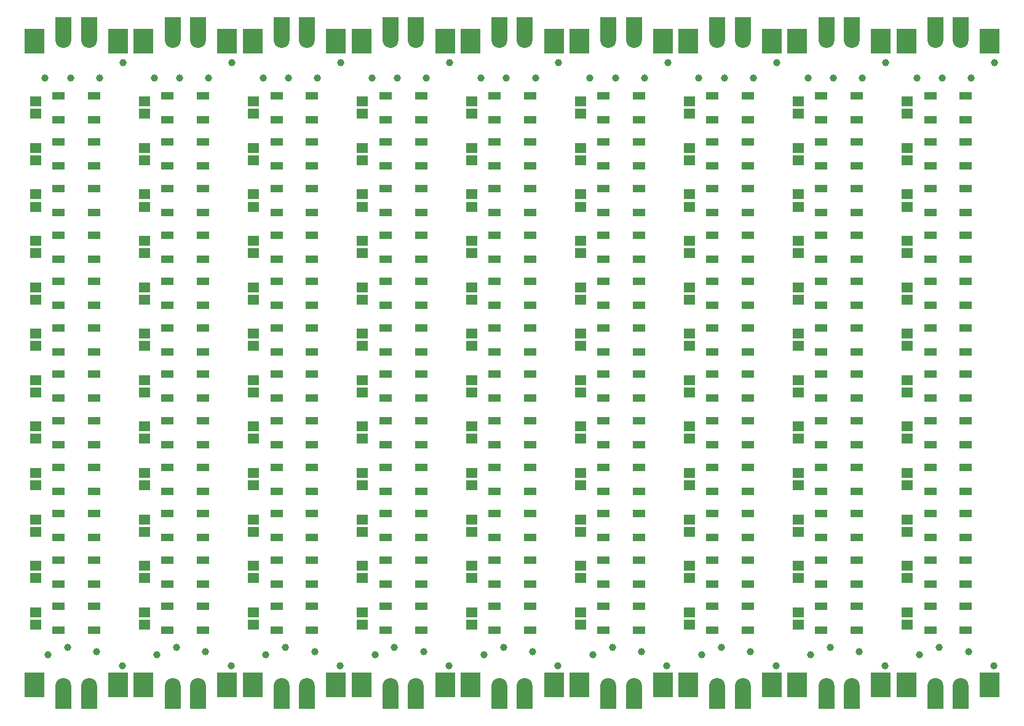
<source format=gts>
G04*
G04 #@! TF.GenerationSoftware,Altium Limited,Altium Designer,21.7.2 (23)*
G04*
G04 Layer_Color=8388736*
%FSLAX44Y44*%
%MOMM*%
G71*
G04*
G04 #@! TF.SameCoordinates,347EBB59-7EAA-41E4-9BFB-609F0E12C0C3*
G04*
G04*
G04 #@! TF.FilePolarity,Negative*
G04*
G01*
G75*
%ADD23R,2.2000X3.2000*%
%ADD24C,2.2000*%
%ADD25R,2.8000X3.4000*%
%ADD26R,2.8032X3.4032*%
%ADD27R,1.6500X1.4500*%
%ADD28R,1.7000X1.1000*%
%ADD29C,1.1000*%
%ADD30C,1.0000*%
%ADD31C,0.6032*%
D23*
X57500Y940500D02*
D03*
X92500D02*
D03*
X57500Y19500D02*
D03*
X92500D02*
D03*
X207500Y940500D02*
D03*
X242500D02*
D03*
X207500Y19500D02*
D03*
X242500D02*
D03*
X357500Y940500D02*
D03*
X392500D02*
D03*
X357500Y19500D02*
D03*
X392500D02*
D03*
X507500Y940500D02*
D03*
X542500D02*
D03*
X507500Y19500D02*
D03*
X542500D02*
D03*
X657500Y940500D02*
D03*
X692500D02*
D03*
X657500Y19500D02*
D03*
X692500D02*
D03*
X807500Y940500D02*
D03*
X842500D02*
D03*
X807500Y19500D02*
D03*
X842500D02*
D03*
X957500Y940500D02*
D03*
X992500D02*
D03*
X957500Y19500D02*
D03*
X992500D02*
D03*
X1107500Y940500D02*
D03*
X1142500D02*
D03*
X1107500Y19500D02*
D03*
X1142500D02*
D03*
X1257500Y940500D02*
D03*
X1292500D02*
D03*
X1257500Y19500D02*
D03*
X1292500D02*
D03*
D24*
X57500Y925500D02*
D03*
X92500D02*
D03*
X57500Y34500D02*
D03*
X92500D02*
D03*
X207500Y925500D02*
D03*
X242500D02*
D03*
X207500Y34500D02*
D03*
X242500D02*
D03*
X357500Y925500D02*
D03*
X392500D02*
D03*
X357500Y34500D02*
D03*
X392500D02*
D03*
X507500Y925500D02*
D03*
X542500D02*
D03*
X507500Y34500D02*
D03*
X542500D02*
D03*
X657500Y925500D02*
D03*
X692500D02*
D03*
X657500Y34500D02*
D03*
X692500D02*
D03*
X807500Y925500D02*
D03*
X842500D02*
D03*
X807500Y34500D02*
D03*
X842500D02*
D03*
X957500Y925500D02*
D03*
X992500D02*
D03*
X957500Y34500D02*
D03*
X992500D02*
D03*
X1107500Y925500D02*
D03*
X1142500D02*
D03*
X1107500Y34500D02*
D03*
X1142500D02*
D03*
X1257500Y925500D02*
D03*
X1292500D02*
D03*
X1257500Y34500D02*
D03*
X1292500D02*
D03*
D25*
X132500Y923500D02*
D03*
Y36500D02*
D03*
X282500Y923500D02*
D03*
Y36500D02*
D03*
X432500Y923500D02*
D03*
Y36500D02*
D03*
X582500Y923500D02*
D03*
Y36500D02*
D03*
X732500Y923500D02*
D03*
Y36500D02*
D03*
X882500Y923500D02*
D03*
Y36500D02*
D03*
X1032500Y923500D02*
D03*
Y36500D02*
D03*
X1182500Y923500D02*
D03*
Y36500D02*
D03*
X1332500Y923500D02*
D03*
Y36500D02*
D03*
D26*
X17500Y923500D02*
D03*
Y36500D02*
D03*
X167500Y923500D02*
D03*
Y36500D02*
D03*
X317500Y923500D02*
D03*
Y36500D02*
D03*
X467500Y923500D02*
D03*
Y36500D02*
D03*
X617500Y923500D02*
D03*
Y36500D02*
D03*
X767500Y923500D02*
D03*
Y36500D02*
D03*
X917500Y923500D02*
D03*
Y36500D02*
D03*
X1067500Y923500D02*
D03*
Y36500D02*
D03*
X1217500Y923500D02*
D03*
Y36500D02*
D03*
D27*
X19000Y823500D02*
D03*
Y840500D02*
D03*
Y119500D02*
D03*
Y136500D02*
D03*
Y520500D02*
D03*
Y503500D02*
D03*
Y456500D02*
D03*
Y439500D02*
D03*
Y328500D02*
D03*
Y311500D02*
D03*
Y392500D02*
D03*
Y375500D02*
D03*
Y584500D02*
D03*
Y567500D02*
D03*
Y648500D02*
D03*
Y631500D02*
D03*
Y712500D02*
D03*
Y695500D02*
D03*
Y776500D02*
D03*
Y759500D02*
D03*
Y264500D02*
D03*
Y247500D02*
D03*
Y200500D02*
D03*
Y183500D02*
D03*
X169000Y823500D02*
D03*
Y840500D02*
D03*
Y119500D02*
D03*
Y136500D02*
D03*
Y520500D02*
D03*
Y503500D02*
D03*
Y456500D02*
D03*
Y439500D02*
D03*
Y328500D02*
D03*
Y311500D02*
D03*
Y392500D02*
D03*
Y375500D02*
D03*
Y584500D02*
D03*
Y567500D02*
D03*
Y648500D02*
D03*
Y631500D02*
D03*
Y712500D02*
D03*
Y695500D02*
D03*
Y776500D02*
D03*
Y759500D02*
D03*
Y264500D02*
D03*
Y247500D02*
D03*
Y200500D02*
D03*
Y183500D02*
D03*
X319000Y823500D02*
D03*
Y840500D02*
D03*
Y119500D02*
D03*
Y136500D02*
D03*
Y520500D02*
D03*
Y503500D02*
D03*
Y456500D02*
D03*
Y439500D02*
D03*
Y328500D02*
D03*
Y311500D02*
D03*
Y392500D02*
D03*
Y375500D02*
D03*
Y584500D02*
D03*
Y567500D02*
D03*
Y648500D02*
D03*
Y631500D02*
D03*
Y712500D02*
D03*
Y695500D02*
D03*
Y776500D02*
D03*
Y759500D02*
D03*
Y264500D02*
D03*
Y247500D02*
D03*
Y200500D02*
D03*
Y183500D02*
D03*
X469000Y823500D02*
D03*
Y840500D02*
D03*
Y119500D02*
D03*
Y136500D02*
D03*
Y520500D02*
D03*
Y503500D02*
D03*
Y456500D02*
D03*
Y439500D02*
D03*
Y328500D02*
D03*
Y311500D02*
D03*
Y392500D02*
D03*
Y375500D02*
D03*
Y584500D02*
D03*
Y567500D02*
D03*
Y648500D02*
D03*
Y631500D02*
D03*
Y712500D02*
D03*
Y695500D02*
D03*
Y776500D02*
D03*
Y759500D02*
D03*
Y264500D02*
D03*
Y247500D02*
D03*
Y200500D02*
D03*
Y183500D02*
D03*
X619000Y823500D02*
D03*
Y840500D02*
D03*
Y119500D02*
D03*
Y136500D02*
D03*
Y520500D02*
D03*
Y503500D02*
D03*
Y456500D02*
D03*
Y439500D02*
D03*
Y328500D02*
D03*
Y311500D02*
D03*
Y392500D02*
D03*
Y375500D02*
D03*
Y584500D02*
D03*
Y567500D02*
D03*
Y648500D02*
D03*
Y631500D02*
D03*
Y712500D02*
D03*
Y695500D02*
D03*
Y776500D02*
D03*
Y759500D02*
D03*
Y264500D02*
D03*
Y247500D02*
D03*
Y200500D02*
D03*
Y183500D02*
D03*
X769000Y823500D02*
D03*
Y840500D02*
D03*
Y119500D02*
D03*
Y136500D02*
D03*
Y520500D02*
D03*
Y503500D02*
D03*
Y456500D02*
D03*
Y439500D02*
D03*
Y328500D02*
D03*
Y311500D02*
D03*
Y392500D02*
D03*
Y375500D02*
D03*
Y584500D02*
D03*
Y567500D02*
D03*
Y648500D02*
D03*
Y631500D02*
D03*
Y712500D02*
D03*
Y695500D02*
D03*
Y776500D02*
D03*
Y759500D02*
D03*
Y264500D02*
D03*
Y247500D02*
D03*
Y200500D02*
D03*
Y183500D02*
D03*
X919000Y823500D02*
D03*
Y840500D02*
D03*
Y119500D02*
D03*
Y136500D02*
D03*
Y520500D02*
D03*
Y503500D02*
D03*
Y456500D02*
D03*
Y439500D02*
D03*
Y328500D02*
D03*
Y311500D02*
D03*
Y392500D02*
D03*
Y375500D02*
D03*
Y584500D02*
D03*
Y567500D02*
D03*
Y648500D02*
D03*
Y631500D02*
D03*
Y712500D02*
D03*
Y695500D02*
D03*
Y776500D02*
D03*
Y759500D02*
D03*
Y264500D02*
D03*
Y247500D02*
D03*
Y200500D02*
D03*
Y183500D02*
D03*
X1069000Y823500D02*
D03*
Y840500D02*
D03*
Y119500D02*
D03*
Y136500D02*
D03*
Y520500D02*
D03*
Y503500D02*
D03*
Y456500D02*
D03*
Y439500D02*
D03*
Y328500D02*
D03*
Y311500D02*
D03*
Y392500D02*
D03*
Y375500D02*
D03*
Y584500D02*
D03*
Y567500D02*
D03*
Y648500D02*
D03*
Y631500D02*
D03*
Y712500D02*
D03*
Y695500D02*
D03*
Y776500D02*
D03*
Y759500D02*
D03*
Y264500D02*
D03*
Y247500D02*
D03*
Y200500D02*
D03*
Y183500D02*
D03*
X1219000Y823500D02*
D03*
Y840500D02*
D03*
Y119500D02*
D03*
Y136500D02*
D03*
Y520500D02*
D03*
Y503500D02*
D03*
Y456500D02*
D03*
Y439500D02*
D03*
Y328500D02*
D03*
Y311500D02*
D03*
Y392500D02*
D03*
Y375500D02*
D03*
Y584500D02*
D03*
Y567500D02*
D03*
Y648500D02*
D03*
Y631500D02*
D03*
Y712500D02*
D03*
Y695500D02*
D03*
Y776500D02*
D03*
Y759500D02*
D03*
Y264500D02*
D03*
Y247500D02*
D03*
Y200500D02*
D03*
Y183500D02*
D03*
D28*
X50500Y144500D02*
D03*
Y111500D02*
D03*
X99500D02*
D03*
Y144500D02*
D03*
X50500Y848500D02*
D03*
Y815500D02*
D03*
X99500D02*
D03*
Y848500D02*
D03*
X50500Y528500D02*
D03*
Y495500D02*
D03*
X99500D02*
D03*
Y528500D02*
D03*
X50500Y464500D02*
D03*
Y431500D02*
D03*
X99500D02*
D03*
Y464500D02*
D03*
X50500Y400500D02*
D03*
Y367500D02*
D03*
X99500D02*
D03*
Y400500D02*
D03*
X50500Y592500D02*
D03*
Y559500D02*
D03*
X99500D02*
D03*
Y592500D02*
D03*
X50500Y336500D02*
D03*
Y303500D02*
D03*
X99500D02*
D03*
Y336500D02*
D03*
X50500Y720500D02*
D03*
Y687500D02*
D03*
X99500D02*
D03*
Y720500D02*
D03*
X50500Y656500D02*
D03*
Y623500D02*
D03*
X99500D02*
D03*
Y656500D02*
D03*
X50500Y784500D02*
D03*
Y751500D02*
D03*
X99500D02*
D03*
Y784500D02*
D03*
X50500Y208500D02*
D03*
Y175500D02*
D03*
X99500D02*
D03*
Y208500D02*
D03*
X50500Y272500D02*
D03*
Y239500D02*
D03*
X99500D02*
D03*
Y272500D02*
D03*
X200500Y144500D02*
D03*
Y111500D02*
D03*
X249500D02*
D03*
Y144500D02*
D03*
X200500Y848500D02*
D03*
Y815500D02*
D03*
X249500D02*
D03*
Y848500D02*
D03*
X200500Y528500D02*
D03*
Y495500D02*
D03*
X249500D02*
D03*
Y528500D02*
D03*
X200500Y464500D02*
D03*
Y431500D02*
D03*
X249500D02*
D03*
Y464500D02*
D03*
X200500Y400500D02*
D03*
Y367500D02*
D03*
X249500D02*
D03*
Y400500D02*
D03*
X200500Y592500D02*
D03*
Y559500D02*
D03*
X249500D02*
D03*
Y592500D02*
D03*
X200500Y336500D02*
D03*
Y303500D02*
D03*
X249500D02*
D03*
Y336500D02*
D03*
X200500Y720500D02*
D03*
Y687500D02*
D03*
X249500D02*
D03*
Y720500D02*
D03*
X200500Y656500D02*
D03*
Y623500D02*
D03*
X249500D02*
D03*
Y656500D02*
D03*
X200500Y784500D02*
D03*
Y751500D02*
D03*
X249500D02*
D03*
Y784500D02*
D03*
X200500Y208500D02*
D03*
Y175500D02*
D03*
X249500D02*
D03*
Y208500D02*
D03*
X200500Y272500D02*
D03*
Y239500D02*
D03*
X249500D02*
D03*
Y272500D02*
D03*
X350500Y144500D02*
D03*
Y111500D02*
D03*
X399500D02*
D03*
Y144500D02*
D03*
X350500Y848500D02*
D03*
Y815500D02*
D03*
X399500D02*
D03*
Y848500D02*
D03*
X350500Y528500D02*
D03*
Y495500D02*
D03*
X399500D02*
D03*
Y528500D02*
D03*
X350500Y464500D02*
D03*
Y431500D02*
D03*
X399500D02*
D03*
Y464500D02*
D03*
X350500Y400500D02*
D03*
Y367500D02*
D03*
X399500D02*
D03*
Y400500D02*
D03*
X350500Y592500D02*
D03*
Y559500D02*
D03*
X399500D02*
D03*
Y592500D02*
D03*
X350500Y336500D02*
D03*
Y303500D02*
D03*
X399500D02*
D03*
Y336500D02*
D03*
X350500Y720500D02*
D03*
Y687500D02*
D03*
X399500D02*
D03*
Y720500D02*
D03*
X350500Y656500D02*
D03*
Y623500D02*
D03*
X399500D02*
D03*
Y656500D02*
D03*
X350500Y784500D02*
D03*
Y751500D02*
D03*
X399500D02*
D03*
Y784500D02*
D03*
X350500Y208500D02*
D03*
Y175500D02*
D03*
X399500D02*
D03*
Y208500D02*
D03*
X350500Y272500D02*
D03*
Y239500D02*
D03*
X399500D02*
D03*
Y272500D02*
D03*
X500500Y144500D02*
D03*
Y111500D02*
D03*
X549500D02*
D03*
Y144500D02*
D03*
X500500Y848500D02*
D03*
Y815500D02*
D03*
X549500D02*
D03*
Y848500D02*
D03*
X500500Y528500D02*
D03*
Y495500D02*
D03*
X549500D02*
D03*
Y528500D02*
D03*
X500500Y464500D02*
D03*
Y431500D02*
D03*
X549500D02*
D03*
Y464500D02*
D03*
X500500Y400500D02*
D03*
Y367500D02*
D03*
X549500D02*
D03*
Y400500D02*
D03*
X500500Y592500D02*
D03*
Y559500D02*
D03*
X549500D02*
D03*
Y592500D02*
D03*
X500500Y336500D02*
D03*
Y303500D02*
D03*
X549500D02*
D03*
Y336500D02*
D03*
X500500Y720500D02*
D03*
Y687500D02*
D03*
X549500D02*
D03*
Y720500D02*
D03*
X500500Y656500D02*
D03*
Y623500D02*
D03*
X549500D02*
D03*
Y656500D02*
D03*
X500500Y784500D02*
D03*
Y751500D02*
D03*
X549500D02*
D03*
Y784500D02*
D03*
X500500Y208500D02*
D03*
Y175500D02*
D03*
X549500D02*
D03*
Y208500D02*
D03*
X500500Y272500D02*
D03*
Y239500D02*
D03*
X549500D02*
D03*
Y272500D02*
D03*
X650500Y144500D02*
D03*
Y111500D02*
D03*
X699500D02*
D03*
Y144500D02*
D03*
X650500Y848500D02*
D03*
Y815500D02*
D03*
X699500D02*
D03*
Y848500D02*
D03*
X650500Y528500D02*
D03*
Y495500D02*
D03*
X699500D02*
D03*
Y528500D02*
D03*
X650500Y464500D02*
D03*
Y431500D02*
D03*
X699500D02*
D03*
Y464500D02*
D03*
X650500Y400500D02*
D03*
Y367500D02*
D03*
X699500D02*
D03*
Y400500D02*
D03*
X650500Y592500D02*
D03*
Y559500D02*
D03*
X699500D02*
D03*
Y592500D02*
D03*
X650500Y336500D02*
D03*
Y303500D02*
D03*
X699500D02*
D03*
Y336500D02*
D03*
X650500Y720500D02*
D03*
Y687500D02*
D03*
X699500D02*
D03*
Y720500D02*
D03*
X650500Y656500D02*
D03*
Y623500D02*
D03*
X699500D02*
D03*
Y656500D02*
D03*
X650500Y784500D02*
D03*
Y751500D02*
D03*
X699500D02*
D03*
Y784500D02*
D03*
X650500Y208500D02*
D03*
Y175500D02*
D03*
X699500D02*
D03*
Y208500D02*
D03*
X650500Y272500D02*
D03*
Y239500D02*
D03*
X699500D02*
D03*
Y272500D02*
D03*
X800500Y144500D02*
D03*
Y111500D02*
D03*
X849500D02*
D03*
Y144500D02*
D03*
X800500Y848500D02*
D03*
Y815500D02*
D03*
X849500D02*
D03*
Y848500D02*
D03*
X800500Y528500D02*
D03*
Y495500D02*
D03*
X849500D02*
D03*
Y528500D02*
D03*
X800500Y464500D02*
D03*
Y431500D02*
D03*
X849500D02*
D03*
Y464500D02*
D03*
X800500Y400500D02*
D03*
Y367500D02*
D03*
X849500D02*
D03*
Y400500D02*
D03*
X800500Y592500D02*
D03*
Y559500D02*
D03*
X849500D02*
D03*
Y592500D02*
D03*
X800500Y336500D02*
D03*
Y303500D02*
D03*
X849500D02*
D03*
Y336500D02*
D03*
X800500Y720500D02*
D03*
Y687500D02*
D03*
X849500D02*
D03*
Y720500D02*
D03*
X800500Y656500D02*
D03*
Y623500D02*
D03*
X849500D02*
D03*
Y656500D02*
D03*
X800500Y784500D02*
D03*
Y751500D02*
D03*
X849500D02*
D03*
Y784500D02*
D03*
X800500Y208500D02*
D03*
Y175500D02*
D03*
X849500D02*
D03*
Y208500D02*
D03*
X800500Y272500D02*
D03*
Y239500D02*
D03*
X849500D02*
D03*
Y272500D02*
D03*
X950500Y144500D02*
D03*
Y111500D02*
D03*
X999500D02*
D03*
Y144500D02*
D03*
X950500Y848500D02*
D03*
Y815500D02*
D03*
X999500D02*
D03*
Y848500D02*
D03*
X950500Y528500D02*
D03*
Y495500D02*
D03*
X999500D02*
D03*
Y528500D02*
D03*
X950500Y464500D02*
D03*
Y431500D02*
D03*
X999500D02*
D03*
Y464500D02*
D03*
X950500Y400500D02*
D03*
Y367500D02*
D03*
X999500D02*
D03*
Y400500D02*
D03*
X950500Y592500D02*
D03*
Y559500D02*
D03*
X999500D02*
D03*
Y592500D02*
D03*
X950500Y336500D02*
D03*
Y303500D02*
D03*
X999500D02*
D03*
Y336500D02*
D03*
X950500Y720500D02*
D03*
Y687500D02*
D03*
X999500D02*
D03*
Y720500D02*
D03*
X950500Y656500D02*
D03*
Y623500D02*
D03*
X999500D02*
D03*
Y656500D02*
D03*
X950500Y784500D02*
D03*
Y751500D02*
D03*
X999500D02*
D03*
Y784500D02*
D03*
X950500Y208500D02*
D03*
Y175500D02*
D03*
X999500D02*
D03*
Y208500D02*
D03*
X950500Y272500D02*
D03*
Y239500D02*
D03*
X999500D02*
D03*
Y272500D02*
D03*
X1100500Y144500D02*
D03*
Y111500D02*
D03*
X1149500D02*
D03*
Y144500D02*
D03*
X1100500Y848500D02*
D03*
Y815500D02*
D03*
X1149500D02*
D03*
Y848500D02*
D03*
X1100500Y528500D02*
D03*
Y495500D02*
D03*
X1149500D02*
D03*
Y528500D02*
D03*
X1100500Y464500D02*
D03*
Y431500D02*
D03*
X1149500D02*
D03*
Y464500D02*
D03*
X1100500Y400500D02*
D03*
Y367500D02*
D03*
X1149500D02*
D03*
Y400500D02*
D03*
X1100500Y592500D02*
D03*
Y559500D02*
D03*
X1149500D02*
D03*
Y592500D02*
D03*
X1100500Y336500D02*
D03*
Y303500D02*
D03*
X1149500D02*
D03*
Y336500D02*
D03*
X1100500Y720500D02*
D03*
Y687500D02*
D03*
X1149500D02*
D03*
Y720500D02*
D03*
X1100500Y656500D02*
D03*
Y623500D02*
D03*
X1149500D02*
D03*
Y656500D02*
D03*
X1100500Y784500D02*
D03*
Y751500D02*
D03*
X1149500D02*
D03*
Y784500D02*
D03*
X1100500Y208500D02*
D03*
Y175500D02*
D03*
X1149500D02*
D03*
Y208500D02*
D03*
X1100500Y272500D02*
D03*
Y239500D02*
D03*
X1149500D02*
D03*
Y272500D02*
D03*
X1250500Y144500D02*
D03*
Y111500D02*
D03*
X1299500D02*
D03*
Y144500D02*
D03*
X1250500Y848500D02*
D03*
Y815500D02*
D03*
X1299500D02*
D03*
Y848500D02*
D03*
X1250500Y528500D02*
D03*
Y495500D02*
D03*
X1299500D02*
D03*
Y528500D02*
D03*
X1250500Y464500D02*
D03*
Y431500D02*
D03*
X1299500D02*
D03*
Y464500D02*
D03*
X1250500Y400500D02*
D03*
Y367500D02*
D03*
X1299500D02*
D03*
Y400500D02*
D03*
X1250500Y592500D02*
D03*
Y559500D02*
D03*
X1299500D02*
D03*
Y592500D02*
D03*
X1250500Y336500D02*
D03*
Y303500D02*
D03*
X1299500D02*
D03*
Y336500D02*
D03*
X1250500Y720500D02*
D03*
Y687500D02*
D03*
X1299500D02*
D03*
Y720500D02*
D03*
X1250500Y656500D02*
D03*
Y623500D02*
D03*
X1299500D02*
D03*
Y656500D02*
D03*
X1250500Y784500D02*
D03*
Y751500D02*
D03*
X1299500D02*
D03*
Y784500D02*
D03*
X1250500Y208500D02*
D03*
Y175500D02*
D03*
X1299500D02*
D03*
Y208500D02*
D03*
X1250500Y272500D02*
D03*
Y239500D02*
D03*
X1299500D02*
D03*
Y272500D02*
D03*
D29*
X99500Y111500D02*
D03*
Y175500D02*
D03*
Y239500D02*
D03*
Y303500D02*
D03*
Y367500D02*
D03*
Y431500D02*
D03*
Y495500D02*
D03*
Y559500D02*
D03*
Y623500D02*
D03*
Y687500D02*
D03*
Y751500D02*
D03*
Y815500D02*
D03*
X50500Y144500D02*
D03*
X99500Y848500D02*
D03*
X50500D02*
D03*
Y815500D02*
D03*
X99500Y784500D02*
D03*
X50500D02*
D03*
Y751500D02*
D03*
X99500Y720500D02*
D03*
X50500D02*
D03*
Y687500D02*
D03*
X99500Y656500D02*
D03*
X50500D02*
D03*
Y623500D02*
D03*
X99500Y592500D02*
D03*
X50500D02*
D03*
Y559500D02*
D03*
X99500Y528500D02*
D03*
X50500D02*
D03*
Y495500D02*
D03*
X99500Y464500D02*
D03*
X50500D02*
D03*
Y431500D02*
D03*
X99500Y400500D02*
D03*
X50500D02*
D03*
Y367500D02*
D03*
X99500Y336500D02*
D03*
X50500D02*
D03*
Y303500D02*
D03*
X99500Y272500D02*
D03*
X50500D02*
D03*
Y239500D02*
D03*
X99500Y208500D02*
D03*
X50500D02*
D03*
Y175500D02*
D03*
Y111500D02*
D03*
X99500Y144500D02*
D03*
X249500Y111500D02*
D03*
Y175500D02*
D03*
Y239500D02*
D03*
Y303500D02*
D03*
Y367500D02*
D03*
Y431500D02*
D03*
Y495500D02*
D03*
Y559500D02*
D03*
Y623500D02*
D03*
Y687500D02*
D03*
Y751500D02*
D03*
Y815500D02*
D03*
X200500Y144500D02*
D03*
X249500Y848500D02*
D03*
X200500D02*
D03*
Y815500D02*
D03*
X249500Y784500D02*
D03*
X200500D02*
D03*
Y751500D02*
D03*
X249500Y720500D02*
D03*
X200500D02*
D03*
Y687500D02*
D03*
X249500Y656500D02*
D03*
X200500D02*
D03*
Y623500D02*
D03*
X249500Y592500D02*
D03*
X200500D02*
D03*
Y559500D02*
D03*
X249500Y528500D02*
D03*
X200500D02*
D03*
Y495500D02*
D03*
X249500Y464500D02*
D03*
X200500D02*
D03*
Y431500D02*
D03*
X249500Y400500D02*
D03*
X200500D02*
D03*
Y367500D02*
D03*
X249500Y336500D02*
D03*
X200500D02*
D03*
Y303500D02*
D03*
X249500Y272500D02*
D03*
X200500D02*
D03*
Y239500D02*
D03*
X249500Y208500D02*
D03*
X200500D02*
D03*
Y175500D02*
D03*
Y111500D02*
D03*
X249500Y144500D02*
D03*
X399500Y111500D02*
D03*
Y175500D02*
D03*
Y239500D02*
D03*
Y303500D02*
D03*
Y367500D02*
D03*
Y431500D02*
D03*
Y495500D02*
D03*
Y559500D02*
D03*
Y623500D02*
D03*
Y687500D02*
D03*
Y751500D02*
D03*
Y815500D02*
D03*
X350500Y144500D02*
D03*
X399500Y848500D02*
D03*
X350500D02*
D03*
Y815500D02*
D03*
X399500Y784500D02*
D03*
X350500D02*
D03*
Y751500D02*
D03*
X399500Y720500D02*
D03*
X350500D02*
D03*
Y687500D02*
D03*
X399500Y656500D02*
D03*
X350500D02*
D03*
Y623500D02*
D03*
X399500Y592500D02*
D03*
X350500D02*
D03*
Y559500D02*
D03*
X399500Y528500D02*
D03*
X350500D02*
D03*
Y495500D02*
D03*
X399500Y464500D02*
D03*
X350500D02*
D03*
Y431500D02*
D03*
X399500Y400500D02*
D03*
X350500D02*
D03*
Y367500D02*
D03*
X399500Y336500D02*
D03*
X350500D02*
D03*
Y303500D02*
D03*
X399500Y272500D02*
D03*
X350500D02*
D03*
Y239500D02*
D03*
X399500Y208500D02*
D03*
X350500D02*
D03*
Y175500D02*
D03*
Y111500D02*
D03*
X399500Y144500D02*
D03*
X549500Y111500D02*
D03*
Y175500D02*
D03*
Y239500D02*
D03*
Y303500D02*
D03*
Y367500D02*
D03*
Y431500D02*
D03*
Y495500D02*
D03*
Y559500D02*
D03*
Y623500D02*
D03*
Y687500D02*
D03*
Y751500D02*
D03*
Y815500D02*
D03*
X500500Y144500D02*
D03*
X549500Y848500D02*
D03*
X500500D02*
D03*
Y815500D02*
D03*
X549500Y784500D02*
D03*
X500500D02*
D03*
Y751500D02*
D03*
X549500Y720500D02*
D03*
X500500D02*
D03*
Y687500D02*
D03*
X549500Y656500D02*
D03*
X500500D02*
D03*
Y623500D02*
D03*
X549500Y592500D02*
D03*
X500500D02*
D03*
Y559500D02*
D03*
X549500Y528500D02*
D03*
X500500D02*
D03*
Y495500D02*
D03*
X549500Y464500D02*
D03*
X500500D02*
D03*
Y431500D02*
D03*
X549500Y400500D02*
D03*
X500500D02*
D03*
Y367500D02*
D03*
X549500Y336500D02*
D03*
X500500D02*
D03*
Y303500D02*
D03*
X549500Y272500D02*
D03*
X500500D02*
D03*
Y239500D02*
D03*
X549500Y208500D02*
D03*
X500500D02*
D03*
Y175500D02*
D03*
Y111500D02*
D03*
X549500Y144500D02*
D03*
X699500Y111500D02*
D03*
Y175500D02*
D03*
Y239500D02*
D03*
Y303500D02*
D03*
Y367500D02*
D03*
Y431500D02*
D03*
Y495500D02*
D03*
Y559500D02*
D03*
Y623500D02*
D03*
Y687500D02*
D03*
Y751500D02*
D03*
Y815500D02*
D03*
X650500Y144500D02*
D03*
X699500Y848500D02*
D03*
X650500D02*
D03*
Y815500D02*
D03*
X699500Y784500D02*
D03*
X650500D02*
D03*
Y751500D02*
D03*
X699500Y720500D02*
D03*
X650500D02*
D03*
Y687500D02*
D03*
X699500Y656500D02*
D03*
X650500D02*
D03*
Y623500D02*
D03*
X699500Y592500D02*
D03*
X650500D02*
D03*
Y559500D02*
D03*
X699500Y528500D02*
D03*
X650500D02*
D03*
Y495500D02*
D03*
X699500Y464500D02*
D03*
X650500D02*
D03*
Y431500D02*
D03*
X699500Y400500D02*
D03*
X650500D02*
D03*
Y367500D02*
D03*
X699500Y336500D02*
D03*
X650500D02*
D03*
Y303500D02*
D03*
X699500Y272500D02*
D03*
X650500D02*
D03*
Y239500D02*
D03*
X699500Y208500D02*
D03*
X650500D02*
D03*
Y175500D02*
D03*
Y111500D02*
D03*
X699500Y144500D02*
D03*
X849500Y111500D02*
D03*
Y175500D02*
D03*
Y239500D02*
D03*
Y303500D02*
D03*
Y367500D02*
D03*
Y431500D02*
D03*
Y495500D02*
D03*
Y559500D02*
D03*
Y623500D02*
D03*
Y687500D02*
D03*
Y751500D02*
D03*
Y815500D02*
D03*
X800500Y144500D02*
D03*
X849500Y848500D02*
D03*
X800500D02*
D03*
Y815500D02*
D03*
X849500Y784500D02*
D03*
X800500D02*
D03*
Y751500D02*
D03*
X849500Y720500D02*
D03*
X800500D02*
D03*
Y687500D02*
D03*
X849500Y656500D02*
D03*
X800500D02*
D03*
Y623500D02*
D03*
X849500Y592500D02*
D03*
X800500D02*
D03*
Y559500D02*
D03*
X849500Y528500D02*
D03*
X800500D02*
D03*
Y495500D02*
D03*
X849500Y464500D02*
D03*
X800500D02*
D03*
Y431500D02*
D03*
X849500Y400500D02*
D03*
X800500D02*
D03*
Y367500D02*
D03*
X849500Y336500D02*
D03*
X800500D02*
D03*
Y303500D02*
D03*
X849500Y272500D02*
D03*
X800500D02*
D03*
Y239500D02*
D03*
X849500Y208500D02*
D03*
X800500D02*
D03*
Y175500D02*
D03*
Y111500D02*
D03*
X849500Y144500D02*
D03*
X999500Y111500D02*
D03*
Y175500D02*
D03*
Y239500D02*
D03*
Y303500D02*
D03*
Y367500D02*
D03*
Y431500D02*
D03*
Y495500D02*
D03*
Y559500D02*
D03*
Y623500D02*
D03*
Y687500D02*
D03*
Y751500D02*
D03*
Y815500D02*
D03*
X950500Y144500D02*
D03*
X999500Y848500D02*
D03*
X950500D02*
D03*
Y815500D02*
D03*
X999500Y784500D02*
D03*
X950500D02*
D03*
Y751500D02*
D03*
X999500Y720500D02*
D03*
X950500D02*
D03*
Y687500D02*
D03*
X999500Y656500D02*
D03*
X950500D02*
D03*
Y623500D02*
D03*
X999500Y592500D02*
D03*
X950500D02*
D03*
Y559500D02*
D03*
X999500Y528500D02*
D03*
X950500D02*
D03*
Y495500D02*
D03*
X999500Y464500D02*
D03*
X950500D02*
D03*
Y431500D02*
D03*
X999500Y400500D02*
D03*
X950500D02*
D03*
Y367500D02*
D03*
X999500Y336500D02*
D03*
X950500D02*
D03*
Y303500D02*
D03*
X999500Y272500D02*
D03*
X950500D02*
D03*
Y239500D02*
D03*
X999500Y208500D02*
D03*
X950500D02*
D03*
Y175500D02*
D03*
Y111500D02*
D03*
X999500Y144500D02*
D03*
X1149500Y111500D02*
D03*
Y175500D02*
D03*
Y239500D02*
D03*
Y303500D02*
D03*
Y367500D02*
D03*
Y431500D02*
D03*
Y495500D02*
D03*
Y559500D02*
D03*
Y623500D02*
D03*
Y687500D02*
D03*
Y751500D02*
D03*
Y815500D02*
D03*
X1100500Y144500D02*
D03*
X1149500Y848500D02*
D03*
X1100500D02*
D03*
Y815500D02*
D03*
X1149500Y784500D02*
D03*
X1100500D02*
D03*
Y751500D02*
D03*
X1149500Y720500D02*
D03*
X1100500D02*
D03*
Y687500D02*
D03*
X1149500Y656500D02*
D03*
X1100500D02*
D03*
Y623500D02*
D03*
X1149500Y592500D02*
D03*
X1100500D02*
D03*
Y559500D02*
D03*
X1149500Y528500D02*
D03*
X1100500D02*
D03*
Y495500D02*
D03*
X1149500Y464500D02*
D03*
X1100500D02*
D03*
Y431500D02*
D03*
X1149500Y400500D02*
D03*
X1100500D02*
D03*
Y367500D02*
D03*
X1149500Y336500D02*
D03*
X1100500D02*
D03*
Y303500D02*
D03*
X1149500Y272500D02*
D03*
X1100500D02*
D03*
Y239500D02*
D03*
X1149500Y208500D02*
D03*
X1100500D02*
D03*
Y175500D02*
D03*
Y111500D02*
D03*
X1149500Y144500D02*
D03*
X1299500Y111500D02*
D03*
Y175500D02*
D03*
Y239500D02*
D03*
Y303500D02*
D03*
Y367500D02*
D03*
Y431500D02*
D03*
Y495500D02*
D03*
Y559500D02*
D03*
Y623500D02*
D03*
Y687500D02*
D03*
Y751500D02*
D03*
Y815500D02*
D03*
X1250500Y144500D02*
D03*
X1299500Y848500D02*
D03*
X1250500D02*
D03*
Y815500D02*
D03*
X1299500Y784500D02*
D03*
X1250500D02*
D03*
Y751500D02*
D03*
X1299500Y720500D02*
D03*
X1250500D02*
D03*
Y687500D02*
D03*
X1299500Y656500D02*
D03*
X1250500D02*
D03*
Y623500D02*
D03*
X1299500Y592500D02*
D03*
X1250500D02*
D03*
Y559500D02*
D03*
X1299500Y528500D02*
D03*
X1250500D02*
D03*
Y495500D02*
D03*
X1299500Y464500D02*
D03*
X1250500D02*
D03*
Y431500D02*
D03*
X1299500Y400500D02*
D03*
X1250500D02*
D03*
Y367500D02*
D03*
X1299500Y336500D02*
D03*
X1250500D02*
D03*
Y303500D02*
D03*
X1299500Y272500D02*
D03*
X1250500D02*
D03*
Y239500D02*
D03*
X1299500Y208500D02*
D03*
X1250500D02*
D03*
Y175500D02*
D03*
Y111500D02*
D03*
X1299500Y144500D02*
D03*
D30*
X103000Y82000D02*
D03*
X63000Y88000D02*
D03*
X67000Y873000D02*
D03*
X107000D02*
D03*
X139000Y894000D02*
D03*
X138000Y63000D02*
D03*
X32000Y873000D02*
D03*
X36000Y78000D02*
D03*
X253000Y82000D02*
D03*
X213000Y88000D02*
D03*
X217000Y873000D02*
D03*
X257000D02*
D03*
X289000Y894000D02*
D03*
X288000Y63000D02*
D03*
X182000Y873000D02*
D03*
X186000Y78000D02*
D03*
X403000Y82000D02*
D03*
X363000Y88000D02*
D03*
X367000Y873000D02*
D03*
X407000D02*
D03*
X439000Y894000D02*
D03*
X438000Y63000D02*
D03*
X332000Y873000D02*
D03*
X336000Y78000D02*
D03*
X553000Y82000D02*
D03*
X513000Y88000D02*
D03*
X517000Y873000D02*
D03*
X557000D02*
D03*
X589000Y894000D02*
D03*
X588000Y63000D02*
D03*
X482000Y873000D02*
D03*
X486000Y78000D02*
D03*
X703000Y82000D02*
D03*
X663000Y88000D02*
D03*
X667000Y873000D02*
D03*
X707000D02*
D03*
X739000Y894000D02*
D03*
X738000Y63000D02*
D03*
X632000Y873000D02*
D03*
X636000Y78000D02*
D03*
X853000Y82000D02*
D03*
X813000Y88000D02*
D03*
X817000Y873000D02*
D03*
X857000D02*
D03*
X889000Y894000D02*
D03*
X888000Y63000D02*
D03*
X782000Y873000D02*
D03*
X786000Y78000D02*
D03*
X1003000Y82000D02*
D03*
X963000Y88000D02*
D03*
X967000Y873000D02*
D03*
X1007000D02*
D03*
X1039000Y894000D02*
D03*
X1038000Y63000D02*
D03*
X932000Y873000D02*
D03*
X936000Y78000D02*
D03*
X1153000Y82000D02*
D03*
X1113000Y88000D02*
D03*
X1117000Y873000D02*
D03*
X1157000D02*
D03*
X1189000Y894000D02*
D03*
X1188000Y63000D02*
D03*
X1082000Y873000D02*
D03*
X1086000Y78000D02*
D03*
X1303000Y82000D02*
D03*
X1263000Y88000D02*
D03*
X1267000Y873000D02*
D03*
X1307000D02*
D03*
X1339000Y894000D02*
D03*
X1338000Y63000D02*
D03*
X1232000Y873000D02*
D03*
X1236000Y78000D02*
D03*
D31*
X137500Y933500D02*
D03*
Y923500D02*
D03*
X127500D02*
D03*
Y933500D02*
D03*
X137500Y913500D02*
D03*
X127500D02*
D03*
X12500Y933500D02*
D03*
Y923500D02*
D03*
X22500D02*
D03*
Y933500D02*
D03*
X12500Y913500D02*
D03*
X22500D02*
D03*
X137500Y26500D02*
D03*
Y36500D02*
D03*
X127500D02*
D03*
Y26500D02*
D03*
X137500Y46500D02*
D03*
X127500D02*
D03*
X12500Y26500D02*
D03*
Y36500D02*
D03*
X22500D02*
D03*
Y26500D02*
D03*
X12500Y46500D02*
D03*
X22500D02*
D03*
X287500Y933500D02*
D03*
Y923500D02*
D03*
X277500D02*
D03*
Y933500D02*
D03*
X287500Y913500D02*
D03*
X277500D02*
D03*
X162500Y933500D02*
D03*
Y923500D02*
D03*
X172500D02*
D03*
Y933500D02*
D03*
X162500Y913500D02*
D03*
X172500D02*
D03*
X287500Y26500D02*
D03*
Y36500D02*
D03*
X277500D02*
D03*
Y26500D02*
D03*
X287500Y46500D02*
D03*
X277500D02*
D03*
X162500Y26500D02*
D03*
Y36500D02*
D03*
X172500D02*
D03*
Y26500D02*
D03*
X162500Y46500D02*
D03*
X172500D02*
D03*
X437500Y933500D02*
D03*
Y923500D02*
D03*
X427500D02*
D03*
Y933500D02*
D03*
X437500Y913500D02*
D03*
X427500D02*
D03*
X312500Y933500D02*
D03*
Y923500D02*
D03*
X322500D02*
D03*
Y933500D02*
D03*
X312500Y913500D02*
D03*
X322500D02*
D03*
X437500Y26500D02*
D03*
Y36500D02*
D03*
X427500D02*
D03*
Y26500D02*
D03*
X437500Y46500D02*
D03*
X427500D02*
D03*
X312500Y26500D02*
D03*
Y36500D02*
D03*
X322500D02*
D03*
Y26500D02*
D03*
X312500Y46500D02*
D03*
X322500D02*
D03*
X587500Y933500D02*
D03*
Y923500D02*
D03*
X577500D02*
D03*
Y933500D02*
D03*
X587500Y913500D02*
D03*
X577500D02*
D03*
X462500Y933500D02*
D03*
Y923500D02*
D03*
X472500D02*
D03*
Y933500D02*
D03*
X462500Y913500D02*
D03*
X472500D02*
D03*
X587500Y26500D02*
D03*
Y36500D02*
D03*
X577500D02*
D03*
Y26500D02*
D03*
X587500Y46500D02*
D03*
X577500D02*
D03*
X462500Y26500D02*
D03*
Y36500D02*
D03*
X472500D02*
D03*
Y26500D02*
D03*
X462500Y46500D02*
D03*
X472500D02*
D03*
X737500Y933500D02*
D03*
Y923500D02*
D03*
X727500D02*
D03*
Y933500D02*
D03*
X737500Y913500D02*
D03*
X727500D02*
D03*
X612500Y933500D02*
D03*
Y923500D02*
D03*
X622500D02*
D03*
Y933500D02*
D03*
X612500Y913500D02*
D03*
X622500D02*
D03*
X737500Y26500D02*
D03*
Y36500D02*
D03*
X727500D02*
D03*
Y26500D02*
D03*
X737500Y46500D02*
D03*
X727500D02*
D03*
X612500Y26500D02*
D03*
Y36500D02*
D03*
X622500D02*
D03*
Y26500D02*
D03*
X612500Y46500D02*
D03*
X622500D02*
D03*
X887500Y933500D02*
D03*
Y923500D02*
D03*
X877500D02*
D03*
Y933500D02*
D03*
X887500Y913500D02*
D03*
X877500D02*
D03*
X762500Y933500D02*
D03*
Y923500D02*
D03*
X772500D02*
D03*
Y933500D02*
D03*
X762500Y913500D02*
D03*
X772500D02*
D03*
X887500Y26500D02*
D03*
Y36500D02*
D03*
X877500D02*
D03*
Y26500D02*
D03*
X887500Y46500D02*
D03*
X877500D02*
D03*
X762500Y26500D02*
D03*
Y36500D02*
D03*
X772500D02*
D03*
Y26500D02*
D03*
X762500Y46500D02*
D03*
X772500D02*
D03*
X1037500Y933500D02*
D03*
Y923500D02*
D03*
X1027500D02*
D03*
Y933500D02*
D03*
X1037500Y913500D02*
D03*
X1027500D02*
D03*
X912500Y933500D02*
D03*
Y923500D02*
D03*
X922500D02*
D03*
Y933500D02*
D03*
X912500Y913500D02*
D03*
X922500D02*
D03*
X1037500Y26500D02*
D03*
Y36500D02*
D03*
X1027500D02*
D03*
Y26500D02*
D03*
X1037500Y46500D02*
D03*
X1027500D02*
D03*
X912500Y26500D02*
D03*
Y36500D02*
D03*
X922500D02*
D03*
Y26500D02*
D03*
X912500Y46500D02*
D03*
X922500D02*
D03*
X1187500Y933500D02*
D03*
Y923500D02*
D03*
X1177500D02*
D03*
Y933500D02*
D03*
X1187500Y913500D02*
D03*
X1177500D02*
D03*
X1062500Y933500D02*
D03*
Y923500D02*
D03*
X1072500D02*
D03*
Y933500D02*
D03*
X1062500Y913500D02*
D03*
X1072500D02*
D03*
X1187500Y26500D02*
D03*
Y36500D02*
D03*
X1177500D02*
D03*
Y26500D02*
D03*
X1187500Y46500D02*
D03*
X1177500D02*
D03*
X1062500Y26500D02*
D03*
Y36500D02*
D03*
X1072500D02*
D03*
Y26500D02*
D03*
X1062500Y46500D02*
D03*
X1072500D02*
D03*
X1337500Y933500D02*
D03*
Y923500D02*
D03*
X1327500D02*
D03*
Y933500D02*
D03*
X1337500Y913500D02*
D03*
X1327500D02*
D03*
X1212500Y933500D02*
D03*
Y923500D02*
D03*
X1222500D02*
D03*
Y933500D02*
D03*
X1212500Y913500D02*
D03*
X1222500D02*
D03*
X1337500Y26500D02*
D03*
Y36500D02*
D03*
X1327500D02*
D03*
Y26500D02*
D03*
X1337500Y46500D02*
D03*
X1327500D02*
D03*
X1212500Y26500D02*
D03*
Y36500D02*
D03*
X1222500D02*
D03*
Y26500D02*
D03*
X1212500Y46500D02*
D03*
X1222500D02*
D03*
M02*

</source>
